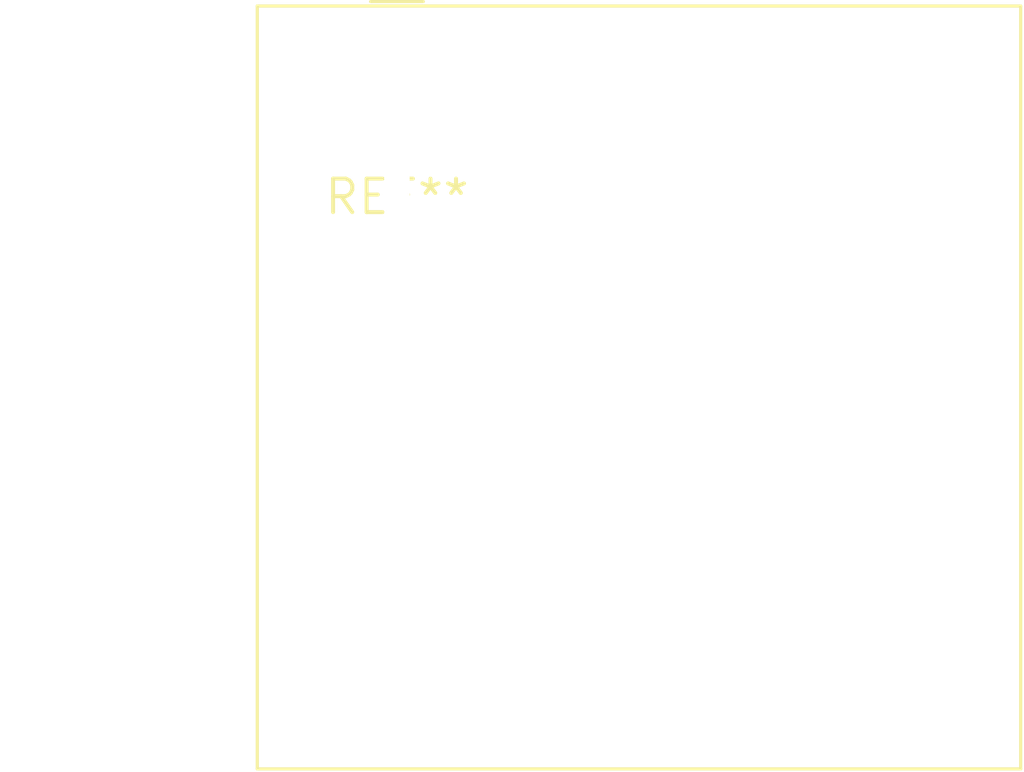
<source format=kicad_pcb>
(kicad_pcb (version 20240108) (generator pcbnew)
  (layers (0 "F.Cu" signal) (31 "B.Cu" signal) (34 "B.Paste" user) (35 "F.Paste" user) (36 "B.SilkS" user "B.Silkscreen") (37 "F.SilkS" user "F.Silkscreen") (38 "B.Mask" user) (39 "F.Mask" user) (44 "Edge.Cuts" user))
  (net 0 "")
  (footprint "Diode_Bridge_DIGITRON_KBPC_T" (layer "F.Cu") (at 0 0)
    (property "Reference" "REF**")
    (property "Value" "Diode_Bridge_DIGITRON_KBPC_T")
    (fp_line (start -5.29025 -7.23225) (end 23.62425 -7.23225) (layer "F.SilkS") (stroke (width 0.12)))
    (fp_line (start -5.29025 21.68225) (end -5.29025 -7.23225) (layer "F.SilkS") (stroke (width 0.12)))
    (fp_line (start -1 -7.4) (end 1 -7.4) (layer "F.SilkS") (stroke (width 0.12)))
    (fp_line (start 23.62425 -7.23225) (end 23.62425 21.68225) (layer "F.SilkS") (stroke (width 0.12)))
    (fp_line (start 23.62425 21.68225) (end -5.29025 21.68225) (layer "F.SilkS") (stroke (width 0.12)))
    (pad "1" thru_hole rect (at 0 0 90) (size 9.31 2.96) (drill oval 7.31 0.96) (layers *.Cu *.Mask) (remove_unused_layers))
    (pad "2" thru_hole roundrect (at 16.2 -1.75) (size 9.31 2.96) (drill oval 7.31 0.96) (layers *.Cu *.Mask) (remove_unused_layers))
    (pad "3" thru_hole roundrect (at 16.2 16.2) (size 9.31 2.96) (drill oval 7.31 0.96) (layers *.Cu *.Mask) (remove_unused_layers))
    (pad "4" thru_hole roundrect (at 2.134 16.2) (size 9.31 2.96) (drill oval 7.31 0.96) (layers *.Cu *.Mask) (remove_unused_layers))
  )
)
</source>
